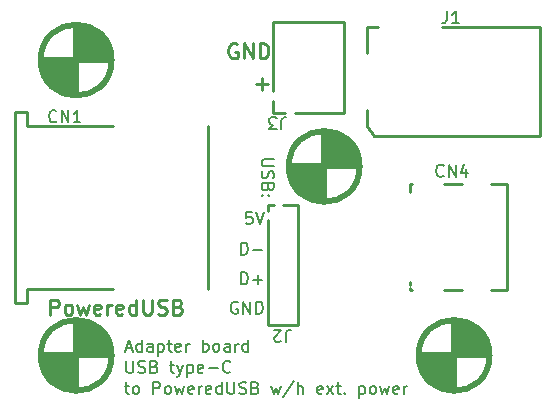
<source format=gbr>
%TF.GenerationSoftware,KiCad,Pcbnew,7.0.2*%
%TF.CreationDate,2023-11-10T23:30:57+01:00*%
%TF.ProjectId,PoweredUSB-Adapter,506f7765-7265-4645-9553-422d41646170,rev?*%
%TF.SameCoordinates,Original*%
%TF.FileFunction,Legend,Top*%
%TF.FilePolarity,Positive*%
%FSLAX46Y46*%
G04 Gerber Fmt 4.6, Leading zero omitted, Abs format (unit mm)*
G04 Created by KiCad (PCBNEW 7.0.2) date 2023-11-10 23:30:57*
%MOMM*%
%LPD*%
G01*
G04 APERTURE LIST*
%ADD10C,0.203200*%
%ADD11C,0.254000*%
%ADD12C,0.508000*%
G04 APERTURE END LIST*
D10*
X108193523Y-89385375D02*
X108677333Y-89385375D01*
X108096761Y-89675660D02*
X108435428Y-88659660D01*
X108435428Y-88659660D02*
X108774095Y-89675660D01*
X109548190Y-89675660D02*
X109548190Y-88659660D01*
X109548190Y-89627280D02*
X109451428Y-89675660D01*
X109451428Y-89675660D02*
X109257904Y-89675660D01*
X109257904Y-89675660D02*
X109161142Y-89627280D01*
X109161142Y-89627280D02*
X109112761Y-89578899D01*
X109112761Y-89578899D02*
X109064380Y-89482137D01*
X109064380Y-89482137D02*
X109064380Y-89191851D01*
X109064380Y-89191851D02*
X109112761Y-89095089D01*
X109112761Y-89095089D02*
X109161142Y-89046708D01*
X109161142Y-89046708D02*
X109257904Y-88998327D01*
X109257904Y-88998327D02*
X109451428Y-88998327D01*
X109451428Y-88998327D02*
X109548190Y-89046708D01*
X110467428Y-89675660D02*
X110467428Y-89143470D01*
X110467428Y-89143470D02*
X110419047Y-89046708D01*
X110419047Y-89046708D02*
X110322285Y-88998327D01*
X110322285Y-88998327D02*
X110128761Y-88998327D01*
X110128761Y-88998327D02*
X110031999Y-89046708D01*
X110467428Y-89627280D02*
X110370666Y-89675660D01*
X110370666Y-89675660D02*
X110128761Y-89675660D01*
X110128761Y-89675660D02*
X110031999Y-89627280D01*
X110031999Y-89627280D02*
X109983618Y-89530518D01*
X109983618Y-89530518D02*
X109983618Y-89433756D01*
X109983618Y-89433756D02*
X110031999Y-89336994D01*
X110031999Y-89336994D02*
X110128761Y-89288613D01*
X110128761Y-89288613D02*
X110370666Y-89288613D01*
X110370666Y-89288613D02*
X110467428Y-89240232D01*
X110951237Y-88998327D02*
X110951237Y-90014327D01*
X110951237Y-89046708D02*
X111047999Y-88998327D01*
X111047999Y-88998327D02*
X111241523Y-88998327D01*
X111241523Y-88998327D02*
X111338285Y-89046708D01*
X111338285Y-89046708D02*
X111386666Y-89095089D01*
X111386666Y-89095089D02*
X111435047Y-89191851D01*
X111435047Y-89191851D02*
X111435047Y-89482137D01*
X111435047Y-89482137D02*
X111386666Y-89578899D01*
X111386666Y-89578899D02*
X111338285Y-89627280D01*
X111338285Y-89627280D02*
X111241523Y-89675660D01*
X111241523Y-89675660D02*
X111047999Y-89675660D01*
X111047999Y-89675660D02*
X110951237Y-89627280D01*
X111725332Y-88998327D02*
X112112380Y-88998327D01*
X111870475Y-88659660D02*
X111870475Y-89530518D01*
X111870475Y-89530518D02*
X111918856Y-89627280D01*
X111918856Y-89627280D02*
X112015618Y-89675660D01*
X112015618Y-89675660D02*
X112112380Y-89675660D01*
X112838094Y-89627280D02*
X112741332Y-89675660D01*
X112741332Y-89675660D02*
X112547808Y-89675660D01*
X112547808Y-89675660D02*
X112451046Y-89627280D01*
X112451046Y-89627280D02*
X112402665Y-89530518D01*
X112402665Y-89530518D02*
X112402665Y-89143470D01*
X112402665Y-89143470D02*
X112451046Y-89046708D01*
X112451046Y-89046708D02*
X112547808Y-88998327D01*
X112547808Y-88998327D02*
X112741332Y-88998327D01*
X112741332Y-88998327D02*
X112838094Y-89046708D01*
X112838094Y-89046708D02*
X112886475Y-89143470D01*
X112886475Y-89143470D02*
X112886475Y-89240232D01*
X112886475Y-89240232D02*
X112402665Y-89336994D01*
X113321903Y-89675660D02*
X113321903Y-88998327D01*
X113321903Y-89191851D02*
X113370284Y-89095089D01*
X113370284Y-89095089D02*
X113418665Y-89046708D01*
X113418665Y-89046708D02*
X113515427Y-88998327D01*
X113515427Y-88998327D02*
X113612189Y-88998327D01*
X114724950Y-89675660D02*
X114724950Y-88659660D01*
X114724950Y-89046708D02*
X114821712Y-88998327D01*
X114821712Y-88998327D02*
X115015236Y-88998327D01*
X115015236Y-88998327D02*
X115111998Y-89046708D01*
X115111998Y-89046708D02*
X115160379Y-89095089D01*
X115160379Y-89095089D02*
X115208760Y-89191851D01*
X115208760Y-89191851D02*
X115208760Y-89482137D01*
X115208760Y-89482137D02*
X115160379Y-89578899D01*
X115160379Y-89578899D02*
X115111998Y-89627280D01*
X115111998Y-89627280D02*
X115015236Y-89675660D01*
X115015236Y-89675660D02*
X114821712Y-89675660D01*
X114821712Y-89675660D02*
X114724950Y-89627280D01*
X115789331Y-89675660D02*
X115692569Y-89627280D01*
X115692569Y-89627280D02*
X115644188Y-89578899D01*
X115644188Y-89578899D02*
X115595807Y-89482137D01*
X115595807Y-89482137D02*
X115595807Y-89191851D01*
X115595807Y-89191851D02*
X115644188Y-89095089D01*
X115644188Y-89095089D02*
X115692569Y-89046708D01*
X115692569Y-89046708D02*
X115789331Y-88998327D01*
X115789331Y-88998327D02*
X115934474Y-88998327D01*
X115934474Y-88998327D02*
X116031236Y-89046708D01*
X116031236Y-89046708D02*
X116079617Y-89095089D01*
X116079617Y-89095089D02*
X116127998Y-89191851D01*
X116127998Y-89191851D02*
X116127998Y-89482137D01*
X116127998Y-89482137D02*
X116079617Y-89578899D01*
X116079617Y-89578899D02*
X116031236Y-89627280D01*
X116031236Y-89627280D02*
X115934474Y-89675660D01*
X115934474Y-89675660D02*
X115789331Y-89675660D01*
X116998855Y-89675660D02*
X116998855Y-89143470D01*
X116998855Y-89143470D02*
X116950474Y-89046708D01*
X116950474Y-89046708D02*
X116853712Y-88998327D01*
X116853712Y-88998327D02*
X116660188Y-88998327D01*
X116660188Y-88998327D02*
X116563426Y-89046708D01*
X116998855Y-89627280D02*
X116902093Y-89675660D01*
X116902093Y-89675660D02*
X116660188Y-89675660D01*
X116660188Y-89675660D02*
X116563426Y-89627280D01*
X116563426Y-89627280D02*
X116515045Y-89530518D01*
X116515045Y-89530518D02*
X116515045Y-89433756D01*
X116515045Y-89433756D02*
X116563426Y-89336994D01*
X116563426Y-89336994D02*
X116660188Y-89288613D01*
X116660188Y-89288613D02*
X116902093Y-89288613D01*
X116902093Y-89288613D02*
X116998855Y-89240232D01*
X117482664Y-89675660D02*
X117482664Y-88998327D01*
X117482664Y-89191851D02*
X117531045Y-89095089D01*
X117531045Y-89095089D02*
X117579426Y-89046708D01*
X117579426Y-89046708D02*
X117676188Y-88998327D01*
X117676188Y-88998327D02*
X117772950Y-88998327D01*
X118547045Y-89675660D02*
X118547045Y-88659660D01*
X118547045Y-89627280D02*
X118450283Y-89675660D01*
X118450283Y-89675660D02*
X118256759Y-89675660D01*
X118256759Y-89675660D02*
X118159997Y-89627280D01*
X118159997Y-89627280D02*
X118111616Y-89578899D01*
X118111616Y-89578899D02*
X118063235Y-89482137D01*
X118063235Y-89482137D02*
X118063235Y-89191851D01*
X118063235Y-89191851D02*
X118111616Y-89095089D01*
X118111616Y-89095089D02*
X118159997Y-89046708D01*
X118159997Y-89046708D02*
X118256759Y-88998327D01*
X118256759Y-88998327D02*
X118450283Y-88998327D01*
X118450283Y-88998327D02*
X118547045Y-89046708D01*
D11*
X119229999Y-67010766D02*
X120197619Y-67010766D01*
X119713809Y-67494576D02*
X119713809Y-66526957D01*
D10*
X108096761Y-92598327D02*
X108483809Y-92598327D01*
X108241904Y-92259660D02*
X108241904Y-93130518D01*
X108241904Y-93130518D02*
X108290285Y-93227280D01*
X108290285Y-93227280D02*
X108387047Y-93275660D01*
X108387047Y-93275660D02*
X108483809Y-93275660D01*
X108967618Y-93275660D02*
X108870856Y-93227280D01*
X108870856Y-93227280D02*
X108822475Y-93178899D01*
X108822475Y-93178899D02*
X108774094Y-93082137D01*
X108774094Y-93082137D02*
X108774094Y-92791851D01*
X108774094Y-92791851D02*
X108822475Y-92695089D01*
X108822475Y-92695089D02*
X108870856Y-92646708D01*
X108870856Y-92646708D02*
X108967618Y-92598327D01*
X108967618Y-92598327D02*
X109112761Y-92598327D01*
X109112761Y-92598327D02*
X109209523Y-92646708D01*
X109209523Y-92646708D02*
X109257904Y-92695089D01*
X109257904Y-92695089D02*
X109306285Y-92791851D01*
X109306285Y-92791851D02*
X109306285Y-93082137D01*
X109306285Y-93082137D02*
X109257904Y-93178899D01*
X109257904Y-93178899D02*
X109209523Y-93227280D01*
X109209523Y-93227280D02*
X109112761Y-93275660D01*
X109112761Y-93275660D02*
X108967618Y-93275660D01*
X110515808Y-93275660D02*
X110515808Y-92259660D01*
X110515808Y-92259660D02*
X110902856Y-92259660D01*
X110902856Y-92259660D02*
X110999618Y-92308041D01*
X110999618Y-92308041D02*
X111047999Y-92356422D01*
X111047999Y-92356422D02*
X111096380Y-92453184D01*
X111096380Y-92453184D02*
X111096380Y-92598327D01*
X111096380Y-92598327D02*
X111047999Y-92695089D01*
X111047999Y-92695089D02*
X110999618Y-92743470D01*
X110999618Y-92743470D02*
X110902856Y-92791851D01*
X110902856Y-92791851D02*
X110515808Y-92791851D01*
X111676951Y-93275660D02*
X111580189Y-93227280D01*
X111580189Y-93227280D02*
X111531808Y-93178899D01*
X111531808Y-93178899D02*
X111483427Y-93082137D01*
X111483427Y-93082137D02*
X111483427Y-92791851D01*
X111483427Y-92791851D02*
X111531808Y-92695089D01*
X111531808Y-92695089D02*
X111580189Y-92646708D01*
X111580189Y-92646708D02*
X111676951Y-92598327D01*
X111676951Y-92598327D02*
X111822094Y-92598327D01*
X111822094Y-92598327D02*
X111918856Y-92646708D01*
X111918856Y-92646708D02*
X111967237Y-92695089D01*
X111967237Y-92695089D02*
X112015618Y-92791851D01*
X112015618Y-92791851D02*
X112015618Y-93082137D01*
X112015618Y-93082137D02*
X111967237Y-93178899D01*
X111967237Y-93178899D02*
X111918856Y-93227280D01*
X111918856Y-93227280D02*
X111822094Y-93275660D01*
X111822094Y-93275660D02*
X111676951Y-93275660D01*
X112354284Y-92598327D02*
X112547808Y-93275660D01*
X112547808Y-93275660D02*
X112741332Y-92791851D01*
X112741332Y-92791851D02*
X112934856Y-93275660D01*
X112934856Y-93275660D02*
X113128380Y-92598327D01*
X113902475Y-93227280D02*
X113805713Y-93275660D01*
X113805713Y-93275660D02*
X113612189Y-93275660D01*
X113612189Y-93275660D02*
X113515427Y-93227280D01*
X113515427Y-93227280D02*
X113467046Y-93130518D01*
X113467046Y-93130518D02*
X113467046Y-92743470D01*
X113467046Y-92743470D02*
X113515427Y-92646708D01*
X113515427Y-92646708D02*
X113612189Y-92598327D01*
X113612189Y-92598327D02*
X113805713Y-92598327D01*
X113805713Y-92598327D02*
X113902475Y-92646708D01*
X113902475Y-92646708D02*
X113950856Y-92743470D01*
X113950856Y-92743470D02*
X113950856Y-92840232D01*
X113950856Y-92840232D02*
X113467046Y-92936994D01*
X114386284Y-93275660D02*
X114386284Y-92598327D01*
X114386284Y-92791851D02*
X114434665Y-92695089D01*
X114434665Y-92695089D02*
X114483046Y-92646708D01*
X114483046Y-92646708D02*
X114579808Y-92598327D01*
X114579808Y-92598327D02*
X114676570Y-92598327D01*
X115402284Y-93227280D02*
X115305522Y-93275660D01*
X115305522Y-93275660D02*
X115111998Y-93275660D01*
X115111998Y-93275660D02*
X115015236Y-93227280D01*
X115015236Y-93227280D02*
X114966855Y-93130518D01*
X114966855Y-93130518D02*
X114966855Y-92743470D01*
X114966855Y-92743470D02*
X115015236Y-92646708D01*
X115015236Y-92646708D02*
X115111998Y-92598327D01*
X115111998Y-92598327D02*
X115305522Y-92598327D01*
X115305522Y-92598327D02*
X115402284Y-92646708D01*
X115402284Y-92646708D02*
X115450665Y-92743470D01*
X115450665Y-92743470D02*
X115450665Y-92840232D01*
X115450665Y-92840232D02*
X114966855Y-92936994D01*
X116321522Y-93275660D02*
X116321522Y-92259660D01*
X116321522Y-93227280D02*
X116224760Y-93275660D01*
X116224760Y-93275660D02*
X116031236Y-93275660D01*
X116031236Y-93275660D02*
X115934474Y-93227280D01*
X115934474Y-93227280D02*
X115886093Y-93178899D01*
X115886093Y-93178899D02*
X115837712Y-93082137D01*
X115837712Y-93082137D02*
X115837712Y-92791851D01*
X115837712Y-92791851D02*
X115886093Y-92695089D01*
X115886093Y-92695089D02*
X115934474Y-92646708D01*
X115934474Y-92646708D02*
X116031236Y-92598327D01*
X116031236Y-92598327D02*
X116224760Y-92598327D01*
X116224760Y-92598327D02*
X116321522Y-92646708D01*
X116805331Y-92259660D02*
X116805331Y-93082137D01*
X116805331Y-93082137D02*
X116853712Y-93178899D01*
X116853712Y-93178899D02*
X116902093Y-93227280D01*
X116902093Y-93227280D02*
X116998855Y-93275660D01*
X116998855Y-93275660D02*
X117192379Y-93275660D01*
X117192379Y-93275660D02*
X117289141Y-93227280D01*
X117289141Y-93227280D02*
X117337522Y-93178899D01*
X117337522Y-93178899D02*
X117385903Y-93082137D01*
X117385903Y-93082137D02*
X117385903Y-92259660D01*
X117821331Y-93227280D02*
X117966474Y-93275660D01*
X117966474Y-93275660D02*
X118208379Y-93275660D01*
X118208379Y-93275660D02*
X118305141Y-93227280D01*
X118305141Y-93227280D02*
X118353522Y-93178899D01*
X118353522Y-93178899D02*
X118401903Y-93082137D01*
X118401903Y-93082137D02*
X118401903Y-92985375D01*
X118401903Y-92985375D02*
X118353522Y-92888613D01*
X118353522Y-92888613D02*
X118305141Y-92840232D01*
X118305141Y-92840232D02*
X118208379Y-92791851D01*
X118208379Y-92791851D02*
X118014855Y-92743470D01*
X118014855Y-92743470D02*
X117918093Y-92695089D01*
X117918093Y-92695089D02*
X117869712Y-92646708D01*
X117869712Y-92646708D02*
X117821331Y-92549946D01*
X117821331Y-92549946D02*
X117821331Y-92453184D01*
X117821331Y-92453184D02*
X117869712Y-92356422D01*
X117869712Y-92356422D02*
X117918093Y-92308041D01*
X117918093Y-92308041D02*
X118014855Y-92259660D01*
X118014855Y-92259660D02*
X118256760Y-92259660D01*
X118256760Y-92259660D02*
X118401903Y-92308041D01*
X119175998Y-92743470D02*
X119321141Y-92791851D01*
X119321141Y-92791851D02*
X119369522Y-92840232D01*
X119369522Y-92840232D02*
X119417903Y-92936994D01*
X119417903Y-92936994D02*
X119417903Y-93082137D01*
X119417903Y-93082137D02*
X119369522Y-93178899D01*
X119369522Y-93178899D02*
X119321141Y-93227280D01*
X119321141Y-93227280D02*
X119224379Y-93275660D01*
X119224379Y-93275660D02*
X118837331Y-93275660D01*
X118837331Y-93275660D02*
X118837331Y-92259660D01*
X118837331Y-92259660D02*
X119175998Y-92259660D01*
X119175998Y-92259660D02*
X119272760Y-92308041D01*
X119272760Y-92308041D02*
X119321141Y-92356422D01*
X119321141Y-92356422D02*
X119369522Y-92453184D01*
X119369522Y-92453184D02*
X119369522Y-92549946D01*
X119369522Y-92549946D02*
X119321141Y-92646708D01*
X119321141Y-92646708D02*
X119272760Y-92695089D01*
X119272760Y-92695089D02*
X119175998Y-92743470D01*
X119175998Y-92743470D02*
X118837331Y-92743470D01*
X120530664Y-92598327D02*
X120724188Y-93275660D01*
X120724188Y-93275660D02*
X120917712Y-92791851D01*
X120917712Y-92791851D02*
X121111236Y-93275660D01*
X121111236Y-93275660D02*
X121304760Y-92598327D01*
X122417522Y-92211280D02*
X121546664Y-93517565D01*
X122756188Y-93275660D02*
X122756188Y-92259660D01*
X123191617Y-93275660D02*
X123191617Y-92743470D01*
X123191617Y-92743470D02*
X123143236Y-92646708D01*
X123143236Y-92646708D02*
X123046474Y-92598327D01*
X123046474Y-92598327D02*
X122901331Y-92598327D01*
X122901331Y-92598327D02*
X122804569Y-92646708D01*
X122804569Y-92646708D02*
X122756188Y-92695089D01*
X124836569Y-93227280D02*
X124739807Y-93275660D01*
X124739807Y-93275660D02*
X124546283Y-93275660D01*
X124546283Y-93275660D02*
X124449521Y-93227280D01*
X124449521Y-93227280D02*
X124401140Y-93130518D01*
X124401140Y-93130518D02*
X124401140Y-92743470D01*
X124401140Y-92743470D02*
X124449521Y-92646708D01*
X124449521Y-92646708D02*
X124546283Y-92598327D01*
X124546283Y-92598327D02*
X124739807Y-92598327D01*
X124739807Y-92598327D02*
X124836569Y-92646708D01*
X124836569Y-92646708D02*
X124884950Y-92743470D01*
X124884950Y-92743470D02*
X124884950Y-92840232D01*
X124884950Y-92840232D02*
X124401140Y-92936994D01*
X125223616Y-93275660D02*
X125755807Y-92598327D01*
X125223616Y-92598327D02*
X125755807Y-93275660D01*
X125997711Y-92598327D02*
X126384759Y-92598327D01*
X126142854Y-92259660D02*
X126142854Y-93130518D01*
X126142854Y-93130518D02*
X126191235Y-93227280D01*
X126191235Y-93227280D02*
X126287997Y-93275660D01*
X126287997Y-93275660D02*
X126384759Y-93275660D01*
X126723425Y-93178899D02*
X126771806Y-93227280D01*
X126771806Y-93227280D02*
X126723425Y-93275660D01*
X126723425Y-93275660D02*
X126675044Y-93227280D01*
X126675044Y-93227280D02*
X126723425Y-93178899D01*
X126723425Y-93178899D02*
X126723425Y-93275660D01*
X127981330Y-92598327D02*
X127981330Y-93614327D01*
X127981330Y-92646708D02*
X128078092Y-92598327D01*
X128078092Y-92598327D02*
X128271616Y-92598327D01*
X128271616Y-92598327D02*
X128368378Y-92646708D01*
X128368378Y-92646708D02*
X128416759Y-92695089D01*
X128416759Y-92695089D02*
X128465140Y-92791851D01*
X128465140Y-92791851D02*
X128465140Y-93082137D01*
X128465140Y-93082137D02*
X128416759Y-93178899D01*
X128416759Y-93178899D02*
X128368378Y-93227280D01*
X128368378Y-93227280D02*
X128271616Y-93275660D01*
X128271616Y-93275660D02*
X128078092Y-93275660D01*
X128078092Y-93275660D02*
X127981330Y-93227280D01*
X129045711Y-93275660D02*
X128948949Y-93227280D01*
X128948949Y-93227280D02*
X128900568Y-93178899D01*
X128900568Y-93178899D02*
X128852187Y-93082137D01*
X128852187Y-93082137D02*
X128852187Y-92791851D01*
X128852187Y-92791851D02*
X128900568Y-92695089D01*
X128900568Y-92695089D02*
X128948949Y-92646708D01*
X128948949Y-92646708D02*
X129045711Y-92598327D01*
X129045711Y-92598327D02*
X129190854Y-92598327D01*
X129190854Y-92598327D02*
X129287616Y-92646708D01*
X129287616Y-92646708D02*
X129335997Y-92695089D01*
X129335997Y-92695089D02*
X129384378Y-92791851D01*
X129384378Y-92791851D02*
X129384378Y-93082137D01*
X129384378Y-93082137D02*
X129335997Y-93178899D01*
X129335997Y-93178899D02*
X129287616Y-93227280D01*
X129287616Y-93227280D02*
X129190854Y-93275660D01*
X129190854Y-93275660D02*
X129045711Y-93275660D01*
X129723044Y-92598327D02*
X129916568Y-93275660D01*
X129916568Y-93275660D02*
X130110092Y-92791851D01*
X130110092Y-92791851D02*
X130303616Y-93275660D01*
X130303616Y-93275660D02*
X130497140Y-92598327D01*
X131271235Y-93227280D02*
X131174473Y-93275660D01*
X131174473Y-93275660D02*
X130980949Y-93275660D01*
X130980949Y-93275660D02*
X130884187Y-93227280D01*
X130884187Y-93227280D02*
X130835806Y-93130518D01*
X130835806Y-93130518D02*
X130835806Y-92743470D01*
X130835806Y-92743470D02*
X130884187Y-92646708D01*
X130884187Y-92646708D02*
X130980949Y-92598327D01*
X130980949Y-92598327D02*
X131174473Y-92598327D01*
X131174473Y-92598327D02*
X131271235Y-92646708D01*
X131271235Y-92646708D02*
X131319616Y-92743470D01*
X131319616Y-92743470D02*
X131319616Y-92840232D01*
X131319616Y-92840232D02*
X130835806Y-92936994D01*
X131755044Y-93275660D02*
X131755044Y-92598327D01*
X131755044Y-92791851D02*
X131803425Y-92695089D01*
X131803425Y-92695089D02*
X131851806Y-92646708D01*
X131851806Y-92646708D02*
X131948568Y-92598327D01*
X131948568Y-92598327D02*
X132045330Y-92598327D01*
D11*
X117597143Y-63635052D02*
X117476190Y-63574576D01*
X117476190Y-63574576D02*
X117294762Y-63574576D01*
X117294762Y-63574576D02*
X117113333Y-63635052D01*
X117113333Y-63635052D02*
X116992381Y-63756004D01*
X116992381Y-63756004D02*
X116931904Y-63876957D01*
X116931904Y-63876957D02*
X116871428Y-64118861D01*
X116871428Y-64118861D02*
X116871428Y-64300290D01*
X116871428Y-64300290D02*
X116931904Y-64542195D01*
X116931904Y-64542195D02*
X116992381Y-64663147D01*
X116992381Y-64663147D02*
X117113333Y-64784100D01*
X117113333Y-64784100D02*
X117294762Y-64844576D01*
X117294762Y-64844576D02*
X117415714Y-64844576D01*
X117415714Y-64844576D02*
X117597143Y-64784100D01*
X117597143Y-64784100D02*
X117657619Y-64723623D01*
X117657619Y-64723623D02*
X117657619Y-64300290D01*
X117657619Y-64300290D02*
X117415714Y-64300290D01*
X118201904Y-64844576D02*
X118201904Y-63574576D01*
X118201904Y-63574576D02*
X118927619Y-64844576D01*
X118927619Y-64844576D02*
X118927619Y-63574576D01*
X119532380Y-64844576D02*
X119532380Y-63574576D01*
X119532380Y-63574576D02*
X119834761Y-63574576D01*
X119834761Y-63574576D02*
X120016190Y-63635052D01*
X120016190Y-63635052D02*
X120137142Y-63756004D01*
X120137142Y-63756004D02*
X120197619Y-63876957D01*
X120197619Y-63876957D02*
X120258095Y-64118861D01*
X120258095Y-64118861D02*
X120258095Y-64300290D01*
X120258095Y-64300290D02*
X120197619Y-64542195D01*
X120197619Y-64542195D02*
X120137142Y-64663147D01*
X120137142Y-64663147D02*
X120016190Y-64784100D01*
X120016190Y-64784100D02*
X119834761Y-64844576D01*
X119834761Y-64844576D02*
X119532380Y-64844576D01*
X101802380Y-86544576D02*
X101802380Y-85274576D01*
X101802380Y-85274576D02*
X102286190Y-85274576D01*
X102286190Y-85274576D02*
X102407142Y-85335052D01*
X102407142Y-85335052D02*
X102467619Y-85395528D01*
X102467619Y-85395528D02*
X102528095Y-85516480D01*
X102528095Y-85516480D02*
X102528095Y-85697909D01*
X102528095Y-85697909D02*
X102467619Y-85818861D01*
X102467619Y-85818861D02*
X102407142Y-85879338D01*
X102407142Y-85879338D02*
X102286190Y-85939814D01*
X102286190Y-85939814D02*
X101802380Y-85939814D01*
X103253809Y-86544576D02*
X103132857Y-86484100D01*
X103132857Y-86484100D02*
X103072380Y-86423623D01*
X103072380Y-86423623D02*
X103011904Y-86302671D01*
X103011904Y-86302671D02*
X103011904Y-85939814D01*
X103011904Y-85939814D02*
X103072380Y-85818861D01*
X103072380Y-85818861D02*
X103132857Y-85758385D01*
X103132857Y-85758385D02*
X103253809Y-85697909D01*
X103253809Y-85697909D02*
X103435238Y-85697909D01*
X103435238Y-85697909D02*
X103556190Y-85758385D01*
X103556190Y-85758385D02*
X103616666Y-85818861D01*
X103616666Y-85818861D02*
X103677142Y-85939814D01*
X103677142Y-85939814D02*
X103677142Y-86302671D01*
X103677142Y-86302671D02*
X103616666Y-86423623D01*
X103616666Y-86423623D02*
X103556190Y-86484100D01*
X103556190Y-86484100D02*
X103435238Y-86544576D01*
X103435238Y-86544576D02*
X103253809Y-86544576D01*
X104100476Y-85697909D02*
X104342381Y-86544576D01*
X104342381Y-86544576D02*
X104584286Y-85939814D01*
X104584286Y-85939814D02*
X104826190Y-86544576D01*
X104826190Y-86544576D02*
X105068095Y-85697909D01*
X106035714Y-86484100D02*
X105914762Y-86544576D01*
X105914762Y-86544576D02*
X105672857Y-86544576D01*
X105672857Y-86544576D02*
X105551904Y-86484100D01*
X105551904Y-86484100D02*
X105491428Y-86363147D01*
X105491428Y-86363147D02*
X105491428Y-85879338D01*
X105491428Y-85879338D02*
X105551904Y-85758385D01*
X105551904Y-85758385D02*
X105672857Y-85697909D01*
X105672857Y-85697909D02*
X105914762Y-85697909D01*
X105914762Y-85697909D02*
X106035714Y-85758385D01*
X106035714Y-85758385D02*
X106096190Y-85879338D01*
X106096190Y-85879338D02*
X106096190Y-86000290D01*
X106096190Y-86000290D02*
X105491428Y-86121242D01*
X106640475Y-86544576D02*
X106640475Y-85697909D01*
X106640475Y-85939814D02*
X106700952Y-85818861D01*
X106700952Y-85818861D02*
X106761428Y-85758385D01*
X106761428Y-85758385D02*
X106882380Y-85697909D01*
X106882380Y-85697909D02*
X107003333Y-85697909D01*
X107910475Y-86484100D02*
X107789523Y-86544576D01*
X107789523Y-86544576D02*
X107547618Y-86544576D01*
X107547618Y-86544576D02*
X107426665Y-86484100D01*
X107426665Y-86484100D02*
X107366189Y-86363147D01*
X107366189Y-86363147D02*
X107366189Y-85879338D01*
X107366189Y-85879338D02*
X107426665Y-85758385D01*
X107426665Y-85758385D02*
X107547618Y-85697909D01*
X107547618Y-85697909D02*
X107789523Y-85697909D01*
X107789523Y-85697909D02*
X107910475Y-85758385D01*
X107910475Y-85758385D02*
X107970951Y-85879338D01*
X107970951Y-85879338D02*
X107970951Y-86000290D01*
X107970951Y-86000290D02*
X107366189Y-86121242D01*
X109059522Y-86544576D02*
X109059522Y-85274576D01*
X109059522Y-86484100D02*
X108938570Y-86544576D01*
X108938570Y-86544576D02*
X108696665Y-86544576D01*
X108696665Y-86544576D02*
X108575713Y-86484100D01*
X108575713Y-86484100D02*
X108515236Y-86423623D01*
X108515236Y-86423623D02*
X108454760Y-86302671D01*
X108454760Y-86302671D02*
X108454760Y-85939814D01*
X108454760Y-85939814D02*
X108515236Y-85818861D01*
X108515236Y-85818861D02*
X108575713Y-85758385D01*
X108575713Y-85758385D02*
X108696665Y-85697909D01*
X108696665Y-85697909D02*
X108938570Y-85697909D01*
X108938570Y-85697909D02*
X109059522Y-85758385D01*
X109664284Y-85274576D02*
X109664284Y-86302671D01*
X109664284Y-86302671D02*
X109724761Y-86423623D01*
X109724761Y-86423623D02*
X109785237Y-86484100D01*
X109785237Y-86484100D02*
X109906189Y-86544576D01*
X109906189Y-86544576D02*
X110148094Y-86544576D01*
X110148094Y-86544576D02*
X110269046Y-86484100D01*
X110269046Y-86484100D02*
X110329523Y-86423623D01*
X110329523Y-86423623D02*
X110389999Y-86302671D01*
X110389999Y-86302671D02*
X110389999Y-85274576D01*
X110934284Y-86484100D02*
X111115713Y-86544576D01*
X111115713Y-86544576D02*
X111418094Y-86544576D01*
X111418094Y-86544576D02*
X111539046Y-86484100D01*
X111539046Y-86484100D02*
X111599522Y-86423623D01*
X111599522Y-86423623D02*
X111659999Y-86302671D01*
X111659999Y-86302671D02*
X111659999Y-86181719D01*
X111659999Y-86181719D02*
X111599522Y-86060766D01*
X111599522Y-86060766D02*
X111539046Y-86000290D01*
X111539046Y-86000290D02*
X111418094Y-85939814D01*
X111418094Y-85939814D02*
X111176189Y-85879338D01*
X111176189Y-85879338D02*
X111055237Y-85818861D01*
X111055237Y-85818861D02*
X110994760Y-85758385D01*
X110994760Y-85758385D02*
X110934284Y-85637433D01*
X110934284Y-85637433D02*
X110934284Y-85516480D01*
X110934284Y-85516480D02*
X110994760Y-85395528D01*
X110994760Y-85395528D02*
X111055237Y-85335052D01*
X111055237Y-85335052D02*
X111176189Y-85274576D01*
X111176189Y-85274576D02*
X111478570Y-85274576D01*
X111478570Y-85274576D02*
X111659999Y-85335052D01*
X112627618Y-85879338D02*
X112809046Y-85939814D01*
X112809046Y-85939814D02*
X112869523Y-86000290D01*
X112869523Y-86000290D02*
X112929999Y-86121242D01*
X112929999Y-86121242D02*
X112929999Y-86302671D01*
X112929999Y-86302671D02*
X112869523Y-86423623D01*
X112869523Y-86423623D02*
X112809046Y-86484100D01*
X112809046Y-86484100D02*
X112688094Y-86544576D01*
X112688094Y-86544576D02*
X112204284Y-86544576D01*
X112204284Y-86544576D02*
X112204284Y-85274576D01*
X112204284Y-85274576D02*
X112627618Y-85274576D01*
X112627618Y-85274576D02*
X112748570Y-85335052D01*
X112748570Y-85335052D02*
X112809046Y-85395528D01*
X112809046Y-85395528D02*
X112869523Y-85516480D01*
X112869523Y-85516480D02*
X112869523Y-85637433D01*
X112869523Y-85637433D02*
X112809046Y-85758385D01*
X112809046Y-85758385D02*
X112748570Y-85818861D01*
X112748570Y-85818861D02*
X112627618Y-85879338D01*
X112627618Y-85879338D02*
X112204284Y-85879338D01*
D10*
X117967999Y-83975660D02*
X117967999Y-82959660D01*
X117967999Y-82959660D02*
X118209904Y-82959660D01*
X118209904Y-82959660D02*
X118355047Y-83008041D01*
X118355047Y-83008041D02*
X118451809Y-83104803D01*
X118451809Y-83104803D02*
X118500190Y-83201565D01*
X118500190Y-83201565D02*
X118548571Y-83395089D01*
X118548571Y-83395089D02*
X118548571Y-83540232D01*
X118548571Y-83540232D02*
X118500190Y-83733756D01*
X118500190Y-83733756D02*
X118451809Y-83830518D01*
X118451809Y-83830518D02*
X118355047Y-83927280D01*
X118355047Y-83927280D02*
X118209904Y-83975660D01*
X118209904Y-83975660D02*
X117967999Y-83975660D01*
X118983999Y-83588613D02*
X119758095Y-83588613D01*
X119371047Y-83975660D02*
X119371047Y-83201565D01*
X117677714Y-85508041D02*
X117580952Y-85459660D01*
X117580952Y-85459660D02*
X117435809Y-85459660D01*
X117435809Y-85459660D02*
X117290666Y-85508041D01*
X117290666Y-85508041D02*
X117193904Y-85604803D01*
X117193904Y-85604803D02*
X117145523Y-85701565D01*
X117145523Y-85701565D02*
X117097142Y-85895089D01*
X117097142Y-85895089D02*
X117097142Y-86040232D01*
X117097142Y-86040232D02*
X117145523Y-86233756D01*
X117145523Y-86233756D02*
X117193904Y-86330518D01*
X117193904Y-86330518D02*
X117290666Y-86427280D01*
X117290666Y-86427280D02*
X117435809Y-86475660D01*
X117435809Y-86475660D02*
X117532571Y-86475660D01*
X117532571Y-86475660D02*
X117677714Y-86427280D01*
X117677714Y-86427280D02*
X117726095Y-86378899D01*
X117726095Y-86378899D02*
X117726095Y-86040232D01*
X117726095Y-86040232D02*
X117532571Y-86040232D01*
X118161523Y-86475660D02*
X118161523Y-85459660D01*
X118161523Y-85459660D02*
X118742095Y-86475660D01*
X118742095Y-86475660D02*
X118742095Y-85459660D01*
X119225904Y-86475660D02*
X119225904Y-85459660D01*
X119225904Y-85459660D02*
X119467809Y-85459660D01*
X119467809Y-85459660D02*
X119612952Y-85508041D01*
X119612952Y-85508041D02*
X119709714Y-85604803D01*
X119709714Y-85604803D02*
X119758095Y-85701565D01*
X119758095Y-85701565D02*
X119806476Y-85895089D01*
X119806476Y-85895089D02*
X119806476Y-86040232D01*
X119806476Y-86040232D02*
X119758095Y-86233756D01*
X119758095Y-86233756D02*
X119709714Y-86330518D01*
X119709714Y-86330518D02*
X119612952Y-86427280D01*
X119612952Y-86427280D02*
X119467809Y-86475660D01*
X119467809Y-86475660D02*
X119225904Y-86475660D01*
X120740339Y-73410094D02*
X119917862Y-73410094D01*
X119917862Y-73410094D02*
X119821100Y-73458475D01*
X119821100Y-73458475D02*
X119772720Y-73506856D01*
X119772720Y-73506856D02*
X119724339Y-73603618D01*
X119724339Y-73603618D02*
X119724339Y-73797142D01*
X119724339Y-73797142D02*
X119772720Y-73893904D01*
X119772720Y-73893904D02*
X119821100Y-73942285D01*
X119821100Y-73942285D02*
X119917862Y-73990666D01*
X119917862Y-73990666D02*
X120740339Y-73990666D01*
X119772720Y-74426094D02*
X119724339Y-74571237D01*
X119724339Y-74571237D02*
X119724339Y-74813142D01*
X119724339Y-74813142D02*
X119772720Y-74909904D01*
X119772720Y-74909904D02*
X119821100Y-74958285D01*
X119821100Y-74958285D02*
X119917862Y-75006666D01*
X119917862Y-75006666D02*
X120014624Y-75006666D01*
X120014624Y-75006666D02*
X120111386Y-74958285D01*
X120111386Y-74958285D02*
X120159767Y-74909904D01*
X120159767Y-74909904D02*
X120208148Y-74813142D01*
X120208148Y-74813142D02*
X120256529Y-74619618D01*
X120256529Y-74619618D02*
X120304910Y-74522856D01*
X120304910Y-74522856D02*
X120353291Y-74474475D01*
X120353291Y-74474475D02*
X120450053Y-74426094D01*
X120450053Y-74426094D02*
X120546815Y-74426094D01*
X120546815Y-74426094D02*
X120643577Y-74474475D01*
X120643577Y-74474475D02*
X120691958Y-74522856D01*
X120691958Y-74522856D02*
X120740339Y-74619618D01*
X120740339Y-74619618D02*
X120740339Y-74861523D01*
X120740339Y-74861523D02*
X120691958Y-75006666D01*
X120256529Y-75780761D02*
X120208148Y-75925904D01*
X120208148Y-75925904D02*
X120159767Y-75974285D01*
X120159767Y-75974285D02*
X120063005Y-76022666D01*
X120063005Y-76022666D02*
X119917862Y-76022666D01*
X119917862Y-76022666D02*
X119821100Y-75974285D01*
X119821100Y-75974285D02*
X119772720Y-75925904D01*
X119772720Y-75925904D02*
X119724339Y-75829142D01*
X119724339Y-75829142D02*
X119724339Y-75442094D01*
X119724339Y-75442094D02*
X120740339Y-75442094D01*
X120740339Y-75442094D02*
X120740339Y-75780761D01*
X120740339Y-75780761D02*
X120691958Y-75877523D01*
X120691958Y-75877523D02*
X120643577Y-75925904D01*
X120643577Y-75925904D02*
X120546815Y-75974285D01*
X120546815Y-75974285D02*
X120450053Y-75974285D01*
X120450053Y-75974285D02*
X120353291Y-75925904D01*
X120353291Y-75925904D02*
X120304910Y-75877523D01*
X120304910Y-75877523D02*
X120256529Y-75780761D01*
X120256529Y-75780761D02*
X120256529Y-75442094D01*
X119821100Y-76458094D02*
X119772720Y-76506475D01*
X119772720Y-76506475D02*
X119724339Y-76458094D01*
X119724339Y-76458094D02*
X119772720Y-76409713D01*
X119772720Y-76409713D02*
X119821100Y-76458094D01*
X119821100Y-76458094D02*
X119724339Y-76458094D01*
X120353291Y-76458094D02*
X120304910Y-76506475D01*
X120304910Y-76506475D02*
X120256529Y-76458094D01*
X120256529Y-76458094D02*
X120304910Y-76409713D01*
X120304910Y-76409713D02*
X120353291Y-76458094D01*
X120353291Y-76458094D02*
X120256529Y-76458094D01*
X118887238Y-77859660D02*
X118403428Y-77859660D01*
X118403428Y-77859660D02*
X118355047Y-78343470D01*
X118355047Y-78343470D02*
X118403428Y-78295089D01*
X118403428Y-78295089D02*
X118500190Y-78246708D01*
X118500190Y-78246708D02*
X118742095Y-78246708D01*
X118742095Y-78246708D02*
X118838857Y-78295089D01*
X118838857Y-78295089D02*
X118887238Y-78343470D01*
X118887238Y-78343470D02*
X118935619Y-78440232D01*
X118935619Y-78440232D02*
X118935619Y-78682137D01*
X118935619Y-78682137D02*
X118887238Y-78778899D01*
X118887238Y-78778899D02*
X118838857Y-78827280D01*
X118838857Y-78827280D02*
X118742095Y-78875660D01*
X118742095Y-78875660D02*
X118500190Y-78875660D01*
X118500190Y-78875660D02*
X118403428Y-78827280D01*
X118403428Y-78827280D02*
X118355047Y-78778899D01*
X119225904Y-77859660D02*
X119564571Y-78875660D01*
X119564571Y-78875660D02*
X119903238Y-77859660D01*
X108241904Y-90459660D02*
X108241904Y-91282137D01*
X108241904Y-91282137D02*
X108290285Y-91378899D01*
X108290285Y-91378899D02*
X108338666Y-91427280D01*
X108338666Y-91427280D02*
X108435428Y-91475660D01*
X108435428Y-91475660D02*
X108628952Y-91475660D01*
X108628952Y-91475660D02*
X108725714Y-91427280D01*
X108725714Y-91427280D02*
X108774095Y-91378899D01*
X108774095Y-91378899D02*
X108822476Y-91282137D01*
X108822476Y-91282137D02*
X108822476Y-90459660D01*
X109257904Y-91427280D02*
X109403047Y-91475660D01*
X109403047Y-91475660D02*
X109644952Y-91475660D01*
X109644952Y-91475660D02*
X109741714Y-91427280D01*
X109741714Y-91427280D02*
X109790095Y-91378899D01*
X109790095Y-91378899D02*
X109838476Y-91282137D01*
X109838476Y-91282137D02*
X109838476Y-91185375D01*
X109838476Y-91185375D02*
X109790095Y-91088613D01*
X109790095Y-91088613D02*
X109741714Y-91040232D01*
X109741714Y-91040232D02*
X109644952Y-90991851D01*
X109644952Y-90991851D02*
X109451428Y-90943470D01*
X109451428Y-90943470D02*
X109354666Y-90895089D01*
X109354666Y-90895089D02*
X109306285Y-90846708D01*
X109306285Y-90846708D02*
X109257904Y-90749946D01*
X109257904Y-90749946D02*
X109257904Y-90653184D01*
X109257904Y-90653184D02*
X109306285Y-90556422D01*
X109306285Y-90556422D02*
X109354666Y-90508041D01*
X109354666Y-90508041D02*
X109451428Y-90459660D01*
X109451428Y-90459660D02*
X109693333Y-90459660D01*
X109693333Y-90459660D02*
X109838476Y-90508041D01*
X110612571Y-90943470D02*
X110757714Y-90991851D01*
X110757714Y-90991851D02*
X110806095Y-91040232D01*
X110806095Y-91040232D02*
X110854476Y-91136994D01*
X110854476Y-91136994D02*
X110854476Y-91282137D01*
X110854476Y-91282137D02*
X110806095Y-91378899D01*
X110806095Y-91378899D02*
X110757714Y-91427280D01*
X110757714Y-91427280D02*
X110660952Y-91475660D01*
X110660952Y-91475660D02*
X110273904Y-91475660D01*
X110273904Y-91475660D02*
X110273904Y-90459660D01*
X110273904Y-90459660D02*
X110612571Y-90459660D01*
X110612571Y-90459660D02*
X110709333Y-90508041D01*
X110709333Y-90508041D02*
X110757714Y-90556422D01*
X110757714Y-90556422D02*
X110806095Y-90653184D01*
X110806095Y-90653184D02*
X110806095Y-90749946D01*
X110806095Y-90749946D02*
X110757714Y-90846708D01*
X110757714Y-90846708D02*
X110709333Y-90895089D01*
X110709333Y-90895089D02*
X110612571Y-90943470D01*
X110612571Y-90943470D02*
X110273904Y-90943470D01*
X111918856Y-90798327D02*
X112305904Y-90798327D01*
X112063999Y-90459660D02*
X112063999Y-91330518D01*
X112063999Y-91330518D02*
X112112380Y-91427280D01*
X112112380Y-91427280D02*
X112209142Y-91475660D01*
X112209142Y-91475660D02*
X112305904Y-91475660D01*
X112547808Y-90798327D02*
X112789713Y-91475660D01*
X113031618Y-90798327D02*
X112789713Y-91475660D01*
X112789713Y-91475660D02*
X112692951Y-91717565D01*
X112692951Y-91717565D02*
X112644570Y-91765946D01*
X112644570Y-91765946D02*
X112547808Y-91814327D01*
X113418665Y-90798327D02*
X113418665Y-91814327D01*
X113418665Y-90846708D02*
X113515427Y-90798327D01*
X113515427Y-90798327D02*
X113708951Y-90798327D01*
X113708951Y-90798327D02*
X113805713Y-90846708D01*
X113805713Y-90846708D02*
X113854094Y-90895089D01*
X113854094Y-90895089D02*
X113902475Y-90991851D01*
X113902475Y-90991851D02*
X113902475Y-91282137D01*
X113902475Y-91282137D02*
X113854094Y-91378899D01*
X113854094Y-91378899D02*
X113805713Y-91427280D01*
X113805713Y-91427280D02*
X113708951Y-91475660D01*
X113708951Y-91475660D02*
X113515427Y-91475660D01*
X113515427Y-91475660D02*
X113418665Y-91427280D01*
X114724951Y-91427280D02*
X114628189Y-91475660D01*
X114628189Y-91475660D02*
X114434665Y-91475660D01*
X114434665Y-91475660D02*
X114337903Y-91427280D01*
X114337903Y-91427280D02*
X114289522Y-91330518D01*
X114289522Y-91330518D02*
X114289522Y-90943470D01*
X114289522Y-90943470D02*
X114337903Y-90846708D01*
X114337903Y-90846708D02*
X114434665Y-90798327D01*
X114434665Y-90798327D02*
X114628189Y-90798327D01*
X114628189Y-90798327D02*
X114724951Y-90846708D01*
X114724951Y-90846708D02*
X114773332Y-90943470D01*
X114773332Y-90943470D02*
X114773332Y-91040232D01*
X114773332Y-91040232D02*
X114289522Y-91136994D01*
X115208760Y-91088613D02*
X115982856Y-91088613D01*
X117047237Y-91378899D02*
X116998856Y-91427280D01*
X116998856Y-91427280D02*
X116853713Y-91475660D01*
X116853713Y-91475660D02*
X116756951Y-91475660D01*
X116756951Y-91475660D02*
X116611808Y-91427280D01*
X116611808Y-91427280D02*
X116515046Y-91330518D01*
X116515046Y-91330518D02*
X116466665Y-91233756D01*
X116466665Y-91233756D02*
X116418284Y-91040232D01*
X116418284Y-91040232D02*
X116418284Y-90895089D01*
X116418284Y-90895089D02*
X116466665Y-90701565D01*
X116466665Y-90701565D02*
X116515046Y-90604803D01*
X116515046Y-90604803D02*
X116611808Y-90508041D01*
X116611808Y-90508041D02*
X116756951Y-90459660D01*
X116756951Y-90459660D02*
X116853713Y-90459660D01*
X116853713Y-90459660D02*
X116998856Y-90508041D01*
X116998856Y-90508041D02*
X117047237Y-90556422D01*
X117967999Y-81475660D02*
X117967999Y-80459660D01*
X117967999Y-80459660D02*
X118209904Y-80459660D01*
X118209904Y-80459660D02*
X118355047Y-80508041D01*
X118355047Y-80508041D02*
X118451809Y-80604803D01*
X118451809Y-80604803D02*
X118500190Y-80701565D01*
X118500190Y-80701565D02*
X118548571Y-80895089D01*
X118548571Y-80895089D02*
X118548571Y-81040232D01*
X118548571Y-81040232D02*
X118500190Y-81233756D01*
X118500190Y-81233756D02*
X118451809Y-81330518D01*
X118451809Y-81330518D02*
X118355047Y-81427280D01*
X118355047Y-81427280D02*
X118209904Y-81475660D01*
X118209904Y-81475660D02*
X117967999Y-81475660D01*
X118983999Y-81088613D02*
X119758095Y-81088613D01*
%TO.C,J2*%
X121767809Y-88845979D02*
X121767809Y-88120264D01*
X121767809Y-88120264D02*
X121816190Y-87975121D01*
X121816190Y-87975121D02*
X121912952Y-87878360D01*
X121912952Y-87878360D02*
X122058095Y-87829979D01*
X122058095Y-87829979D02*
X122154857Y-87829979D01*
X121332381Y-88749217D02*
X121284000Y-88797598D01*
X121284000Y-88797598D02*
X121187238Y-88845979D01*
X121187238Y-88845979D02*
X120945333Y-88845979D01*
X120945333Y-88845979D02*
X120848571Y-88797598D01*
X120848571Y-88797598D02*
X120800190Y-88749217D01*
X120800190Y-88749217D02*
X120751809Y-88652455D01*
X120751809Y-88652455D02*
X120751809Y-88555693D01*
X120751809Y-88555693D02*
X120800190Y-88410550D01*
X120800190Y-88410550D02*
X121380762Y-87829979D01*
X121380762Y-87829979D02*
X120751809Y-87829979D01*
%TO.C,CN1*%
X102322476Y-70173259D02*
X102274095Y-70221640D01*
X102274095Y-70221640D02*
X102128952Y-70270020D01*
X102128952Y-70270020D02*
X102032190Y-70270020D01*
X102032190Y-70270020D02*
X101887047Y-70221640D01*
X101887047Y-70221640D02*
X101790285Y-70124878D01*
X101790285Y-70124878D02*
X101741904Y-70028116D01*
X101741904Y-70028116D02*
X101693523Y-69834592D01*
X101693523Y-69834592D02*
X101693523Y-69689449D01*
X101693523Y-69689449D02*
X101741904Y-69495925D01*
X101741904Y-69495925D02*
X101790285Y-69399163D01*
X101790285Y-69399163D02*
X101887047Y-69302401D01*
X101887047Y-69302401D02*
X102032190Y-69254020D01*
X102032190Y-69254020D02*
X102128952Y-69254020D01*
X102128952Y-69254020D02*
X102274095Y-69302401D01*
X102274095Y-69302401D02*
X102322476Y-69350782D01*
X102757904Y-70270020D02*
X102757904Y-69254020D01*
X102757904Y-69254020D02*
X103338476Y-70270020D01*
X103338476Y-70270020D02*
X103338476Y-69254020D01*
X104354476Y-70270020D02*
X103773904Y-70270020D01*
X104064190Y-70270020D02*
X104064190Y-69254020D01*
X104064190Y-69254020D02*
X103967428Y-69399163D01*
X103967428Y-69399163D02*
X103870666Y-69495925D01*
X103870666Y-69495925D02*
X103773904Y-69544306D01*
%TO.C,J1*%
X135390476Y-60854020D02*
X135390476Y-61579735D01*
X135390476Y-61579735D02*
X135342095Y-61724878D01*
X135342095Y-61724878D02*
X135245333Y-61821640D01*
X135245333Y-61821640D02*
X135100190Y-61870020D01*
X135100190Y-61870020D02*
X135003428Y-61870020D01*
X136406476Y-61870020D02*
X135825904Y-61870020D01*
X136116190Y-61870020D02*
X136116190Y-60854020D01*
X136116190Y-60854020D02*
X136019428Y-60999163D01*
X136019428Y-60999163D02*
X135922666Y-61095925D01*
X135922666Y-61095925D02*
X135825904Y-61144306D01*
%TO.C,CN4*%
X135098476Y-74773259D02*
X135050095Y-74821640D01*
X135050095Y-74821640D02*
X134904952Y-74870020D01*
X134904952Y-74870020D02*
X134808190Y-74870020D01*
X134808190Y-74870020D02*
X134663047Y-74821640D01*
X134663047Y-74821640D02*
X134566285Y-74724878D01*
X134566285Y-74724878D02*
X134517904Y-74628116D01*
X134517904Y-74628116D02*
X134469523Y-74434592D01*
X134469523Y-74434592D02*
X134469523Y-74289449D01*
X134469523Y-74289449D02*
X134517904Y-74095925D01*
X134517904Y-74095925D02*
X134566285Y-73999163D01*
X134566285Y-73999163D02*
X134663047Y-73902401D01*
X134663047Y-73902401D02*
X134808190Y-73854020D01*
X134808190Y-73854020D02*
X134904952Y-73854020D01*
X134904952Y-73854020D02*
X135050095Y-73902401D01*
X135050095Y-73902401D02*
X135098476Y-73950782D01*
X135533904Y-74870020D02*
X135533904Y-73854020D01*
X135533904Y-73854020D02*
X136114476Y-74870020D01*
X136114476Y-74870020D02*
X136114476Y-73854020D01*
X137033714Y-74192687D02*
X137033714Y-74870020D01*
X136791809Y-73805640D02*
X136549904Y-74531354D01*
X136549904Y-74531354D02*
X137178857Y-74531354D01*
%TO.C,J3*%
X121367809Y-70845979D02*
X121367809Y-70120264D01*
X121367809Y-70120264D02*
X121416190Y-69975121D01*
X121416190Y-69975121D02*
X121512952Y-69878360D01*
X121512952Y-69878360D02*
X121658095Y-69829979D01*
X121658095Y-69829979D02*
X121754857Y-69829979D01*
X120980762Y-70845979D02*
X120351809Y-70845979D01*
X120351809Y-70845979D02*
X120690476Y-70458931D01*
X120690476Y-70458931D02*
X120545333Y-70458931D01*
X120545333Y-70458931D02*
X120448571Y-70410550D01*
X120448571Y-70410550D02*
X120400190Y-70362169D01*
X120400190Y-70362169D02*
X120351809Y-70265407D01*
X120351809Y-70265407D02*
X120351809Y-70023502D01*
X120351809Y-70023502D02*
X120400190Y-69926740D01*
X120400190Y-69926740D02*
X120448571Y-69878360D01*
X120448571Y-69878360D02*
X120545333Y-69829979D01*
X120545333Y-69829979D02*
X120835619Y-69829979D01*
X120835619Y-69829979D02*
X120932381Y-69878360D01*
X120932381Y-69878360D02*
X120980762Y-69926740D01*
D11*
%TO.C,J2*%
X120214200Y-77230000D02*
X120214200Y-77738000D01*
X120214200Y-77230000D02*
X120722200Y-77230000D01*
X120214200Y-78500000D02*
X120214200Y-87390000D01*
X120214200Y-87390000D02*
X122754200Y-87390000D01*
X122754200Y-77230000D02*
X121484200Y-77230000D01*
X122754200Y-87390000D02*
X122754200Y-77230000D01*
D12*
%TO.C,MH4*%
X136000000Y-90000000D02*
X133206000Y-90000000D01*
X136000000Y-90000000D02*
X133206000Y-90254000D01*
X136000000Y-90000000D02*
X133206000Y-90508000D01*
X136000000Y-90000000D02*
X133206000Y-90762000D01*
X136000000Y-90000000D02*
X133460000Y-91016000D01*
X136000000Y-90000000D02*
X133460000Y-91270000D01*
X136000000Y-90000000D02*
X133714000Y-91524000D01*
X136000000Y-90000000D02*
X133968000Y-91778000D01*
X136000000Y-90000000D02*
X134222000Y-92032000D01*
X136000000Y-90000000D02*
X134476000Y-92286000D01*
X136000000Y-90000000D02*
X134730000Y-92540000D01*
X136000000Y-90000000D02*
X134984000Y-92540000D01*
X136000000Y-90000000D02*
X135238000Y-92540000D01*
X136000000Y-90000000D02*
X135492000Y-92794000D01*
X136000000Y-90000000D02*
X136000000Y-87206000D01*
X136000000Y-90000000D02*
X136000000Y-92794000D01*
X136000000Y-90000000D02*
X136508000Y-87206000D01*
X136000000Y-90000000D02*
X136762000Y-87206000D01*
X136000000Y-90000000D02*
X137016000Y-87460000D01*
X136000000Y-90000000D02*
X137524000Y-87460000D01*
X136000000Y-90000000D02*
X137778000Y-87714000D01*
X136000000Y-90000000D02*
X138032000Y-87968000D01*
X136000000Y-90000000D02*
X138286000Y-88222000D01*
X136000000Y-90000000D02*
X138540000Y-88476000D01*
X136000000Y-90000000D02*
X138540000Y-88984000D01*
X136000000Y-90000000D02*
X138794000Y-89238000D01*
X136000000Y-90000000D02*
X138794000Y-89746000D01*
X136000000Y-90000000D02*
X138794000Y-90000000D01*
X139000000Y-90000000D02*
G75*
G03*
X139000000Y-90000000I-3000000J0D01*
G01*
D11*
%TO.C,CN1*%
X99795000Y-69400000D02*
X99795000Y-70600000D01*
X98795000Y-69400000D02*
X99795000Y-69400000D01*
X98795000Y-69400000D02*
X98795000Y-85600000D01*
X115195000Y-70600000D02*
X115195000Y-84400000D01*
X107095000Y-70600000D02*
X99795000Y-70600000D01*
X107095000Y-84400000D02*
X99795000Y-84400000D01*
X99795000Y-85600000D02*
X99795000Y-84400000D01*
X98795000Y-85600000D02*
X99795000Y-85600000D01*
%TO.C,J1*%
X143284200Y-71400000D02*
X129230200Y-71400000D01*
X143284200Y-62200000D02*
X143284200Y-71400000D01*
X134984200Y-62200000D02*
X143284200Y-62200000D01*
X129230200Y-71400000D02*
X128584200Y-70610000D01*
X128584200Y-70610000D02*
X128584200Y-69200000D01*
X128584200Y-64400000D02*
X128584200Y-62200000D01*
X128584200Y-62200000D02*
X129584200Y-62200000D01*
D12*
%TO.C,MH2*%
X104000000Y-90000000D02*
X101206000Y-90000000D01*
X104000000Y-90000000D02*
X101206000Y-90254000D01*
X104000000Y-90000000D02*
X101206000Y-90508000D01*
X104000000Y-90000000D02*
X101206000Y-90762000D01*
X104000000Y-90000000D02*
X101460000Y-91016000D01*
X104000000Y-90000000D02*
X101460000Y-91270000D01*
X104000000Y-90000000D02*
X101714000Y-91524000D01*
X104000000Y-90000000D02*
X101968000Y-91778000D01*
X104000000Y-90000000D02*
X102222000Y-92032000D01*
X104000000Y-90000000D02*
X102476000Y-92286000D01*
X104000000Y-90000000D02*
X102730000Y-92540000D01*
X104000000Y-90000000D02*
X102984000Y-92540000D01*
X104000000Y-90000000D02*
X103238000Y-92540000D01*
X104000000Y-90000000D02*
X103492000Y-92794000D01*
X104000000Y-90000000D02*
X104000000Y-87206000D01*
X104000000Y-90000000D02*
X104000000Y-92794000D01*
X104000000Y-90000000D02*
X104508000Y-87206000D01*
X104000000Y-90000000D02*
X104762000Y-87206000D01*
X104000000Y-90000000D02*
X105016000Y-87460000D01*
X104000000Y-90000000D02*
X105524000Y-87460000D01*
X104000000Y-90000000D02*
X105778000Y-87714000D01*
X104000000Y-90000000D02*
X106032000Y-87968000D01*
X104000000Y-90000000D02*
X106286000Y-88222000D01*
X104000000Y-90000000D02*
X106540000Y-88476000D01*
X104000000Y-90000000D02*
X106540000Y-88984000D01*
X104000000Y-90000000D02*
X106794000Y-89238000D01*
X104000000Y-90000000D02*
X106794000Y-89746000D01*
X104000000Y-90000000D02*
X106794000Y-90000000D01*
X107000000Y-90000000D02*
G75*
G03*
X107000000Y-90000000I-3000000J0D01*
G01*
%TO.C,MH1*%
X104000000Y-65000000D02*
X101206000Y-65000000D01*
X104000000Y-65000000D02*
X101206000Y-65254000D01*
X104000000Y-65000000D02*
X101206000Y-65508000D01*
X104000000Y-65000000D02*
X101206000Y-65762000D01*
X104000000Y-65000000D02*
X101460000Y-66016000D01*
X104000000Y-65000000D02*
X101460000Y-66270000D01*
X104000000Y-65000000D02*
X101714000Y-66524000D01*
X104000000Y-65000000D02*
X101968000Y-66778000D01*
X104000000Y-65000000D02*
X102222000Y-67032000D01*
X104000000Y-65000000D02*
X102476000Y-67286000D01*
X104000000Y-65000000D02*
X102730000Y-67540000D01*
X104000000Y-65000000D02*
X102984000Y-67540000D01*
X104000000Y-65000000D02*
X103238000Y-67540000D01*
X104000000Y-65000000D02*
X103492000Y-67794000D01*
X104000000Y-65000000D02*
X104000000Y-62206000D01*
X104000000Y-65000000D02*
X104000000Y-67794000D01*
X104000000Y-65000000D02*
X104508000Y-62206000D01*
X104000000Y-65000000D02*
X104762000Y-62206000D01*
X104000000Y-65000000D02*
X105016000Y-62460000D01*
X104000000Y-65000000D02*
X105524000Y-62460000D01*
X104000000Y-65000000D02*
X105778000Y-62714000D01*
X104000000Y-65000000D02*
X106032000Y-62968000D01*
X104000000Y-65000000D02*
X106286000Y-63222000D01*
X104000000Y-65000000D02*
X106540000Y-63476000D01*
X104000000Y-65000000D02*
X106540000Y-63984000D01*
X104000000Y-65000000D02*
X106794000Y-64238000D01*
X104000000Y-65000000D02*
X106794000Y-64746000D01*
X104000000Y-65000000D02*
X106794000Y-65000000D01*
X107000000Y-65000000D02*
G75*
G03*
X107000000Y-65000000I-3000000J0D01*
G01*
D11*
%TO.C,CN4*%
X132300000Y-84500000D02*
X132400000Y-84500000D01*
X132300000Y-84500000D02*
X132300000Y-84300000D01*
X136700000Y-84500000D02*
X135100000Y-84500000D01*
X140500000Y-84500000D02*
X139100000Y-84500000D01*
X140500000Y-84500000D02*
X140500000Y-75500000D01*
X132300000Y-84000000D02*
X132300000Y-83800000D01*
X132300000Y-75500000D02*
X132300000Y-76200000D01*
X132300000Y-75500000D02*
X132400000Y-75500000D01*
X136700000Y-75500000D02*
X135100000Y-75500000D01*
X140500000Y-75500000D02*
X139100000Y-75500000D01*
D12*
%TO.C,MH3*%
X125000000Y-74000000D02*
X122206000Y-74000000D01*
X125000000Y-74000000D02*
X122206000Y-74254000D01*
X125000000Y-74000000D02*
X122206000Y-74508000D01*
X125000000Y-74000000D02*
X122206000Y-74762000D01*
X125000000Y-74000000D02*
X122460000Y-75016000D01*
X125000000Y-74000000D02*
X122460000Y-75270000D01*
X125000000Y-74000000D02*
X122714000Y-75524000D01*
X125000000Y-74000000D02*
X122968000Y-75778000D01*
X125000000Y-74000000D02*
X123222000Y-76032000D01*
X125000000Y-74000000D02*
X123476000Y-76286000D01*
X125000000Y-74000000D02*
X123730000Y-76540000D01*
X125000000Y-74000000D02*
X123984000Y-76540000D01*
X125000000Y-74000000D02*
X124238000Y-76540000D01*
X125000000Y-74000000D02*
X124492000Y-76794000D01*
X125000000Y-74000000D02*
X125000000Y-71206000D01*
X125000000Y-74000000D02*
X125000000Y-76794000D01*
X125000000Y-74000000D02*
X125508000Y-71206000D01*
X125000000Y-74000000D02*
X125762000Y-71206000D01*
X125000000Y-74000000D02*
X126016000Y-71460000D01*
X125000000Y-74000000D02*
X126524000Y-71460000D01*
X125000000Y-74000000D02*
X126778000Y-71714000D01*
X125000000Y-74000000D02*
X127032000Y-71968000D01*
X125000000Y-74000000D02*
X127286000Y-72222000D01*
X125000000Y-74000000D02*
X127540000Y-72476000D01*
X125000000Y-74000000D02*
X127540000Y-72984000D01*
X125000000Y-74000000D02*
X127794000Y-73238000D01*
X125000000Y-74000000D02*
X127794000Y-73746000D01*
X125000000Y-74000000D02*
X127794000Y-74000000D01*
X128000000Y-74000000D02*
G75*
G03*
X128000000Y-74000000I-3000000J0D01*
G01*
D11*
%TO.C,J3*%
X120684200Y-69450000D02*
X121684200Y-69450000D01*
X120684200Y-69450000D02*
X120684200Y-68450000D01*
X123184200Y-69450000D02*
X122484200Y-69450000D01*
X123184200Y-69450000D02*
X126684200Y-69450000D01*
X126684200Y-69450000D02*
X126684200Y-61750000D01*
X120684200Y-67650000D02*
X120684200Y-61750000D01*
X126684200Y-61750000D02*
X120684200Y-61750000D01*
%TD*%
M02*

</source>
